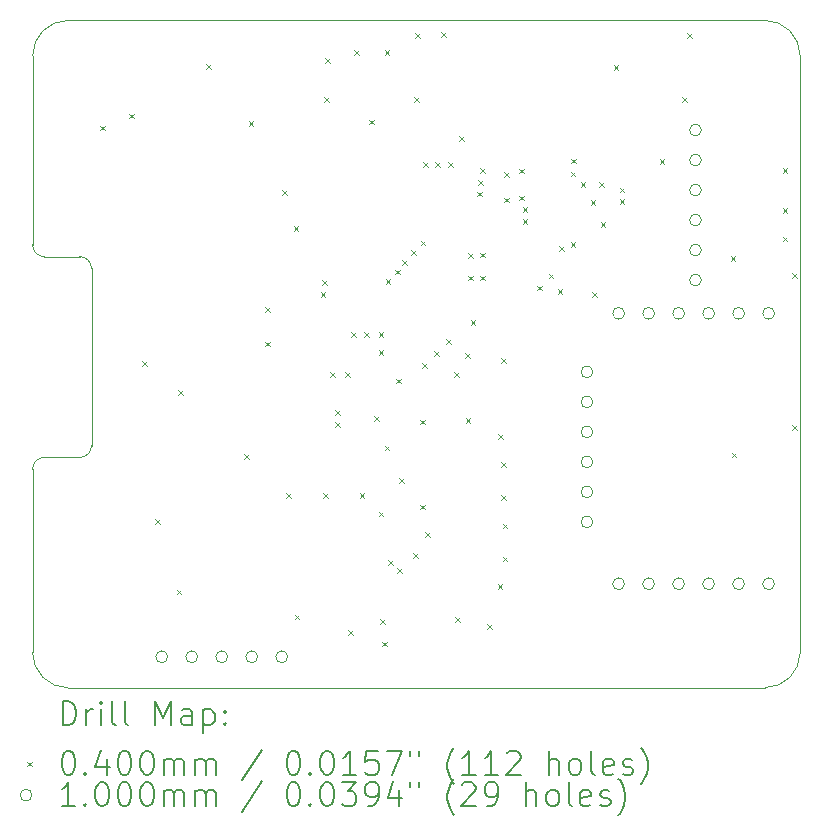
<source format=gbr>
%TF.GenerationSoftware,KiCad,Pcbnew,8.0.4*%
%TF.CreationDate,2024-08-03T17:02:24+02:00*%
%TF.ProjectId,koyomi-lvds-hat,6b6f796f-6d69-42d6-9c76-64732d686174,rev?*%
%TF.SameCoordinates,Original*%
%TF.FileFunction,Drillmap*%
%TF.FilePolarity,Positive*%
%FSLAX45Y45*%
G04 Gerber Fmt 4.5, Leading zero omitted, Abs format (unit mm)*
G04 Created by KiCad (PCBNEW 8.0.4) date 2024-08-03 17:02:24*
%MOMM*%
%LPD*%
G01*
G04 APERTURE LIST*
%ADD10C,0.100000*%
%ADD11C,0.200000*%
G04 APERTURE END LIST*
D10*
X9100000Y-6000000D02*
X9100000Y-7550000D01*
X9100000Y-2500000D02*
X9100000Y-4100000D01*
X9100000Y-2500000D02*
G75*
G02*
X9400000Y-2200000I300000J0D01*
G01*
X9100000Y-6000000D02*
G75*
G02*
X9200000Y-5900000I100000J0D01*
G01*
X9400000Y-2200000D02*
X15300000Y-2200000D01*
X15600000Y-7550000D02*
G75*
G02*
X15300000Y-7850000I-300000J0D01*
G01*
X9400000Y-7850000D02*
G75*
G02*
X9100000Y-7550000I0J300000D01*
G01*
X9400000Y-7850000D02*
X15300000Y-7850000D01*
X15300000Y-2200000D02*
G75*
G02*
X15600000Y-2500000I0J-300000D01*
G01*
X9600000Y-4300000D02*
X9600000Y-5800000D01*
X9600000Y-5800000D02*
G75*
G02*
X9500000Y-5900000I-100000J0D01*
G01*
X9200000Y-4200000D02*
X9500000Y-4200000D01*
X9200000Y-5900000D02*
X9500000Y-5900000D01*
X9500000Y-4200000D02*
G75*
G02*
X9600000Y-4300000I0J-100000D01*
G01*
X9200000Y-4200000D02*
G75*
G02*
X9100000Y-4100000I0J100000D01*
G01*
X15600000Y-2500000D02*
X15600000Y-7550000D01*
D11*
D10*
X9670000Y-3090000D02*
X9710000Y-3130000D01*
X9710000Y-3090000D02*
X9670000Y-3130000D01*
X9915000Y-2990000D02*
X9955000Y-3030000D01*
X9955000Y-2990000D02*
X9915000Y-3030000D01*
X10030000Y-5085000D02*
X10070000Y-5125000D01*
X10070000Y-5085000D02*
X10030000Y-5125000D01*
X10140000Y-6420000D02*
X10180000Y-6460000D01*
X10180000Y-6420000D02*
X10140000Y-6460000D01*
X10320000Y-7020000D02*
X10360000Y-7060000D01*
X10360000Y-7020000D02*
X10320000Y-7060000D01*
X10330000Y-5330000D02*
X10370000Y-5370000D01*
X10370000Y-5330000D02*
X10330000Y-5370000D01*
X10570000Y-2570000D02*
X10610000Y-2610000D01*
X10610000Y-2570000D02*
X10570000Y-2610000D01*
X10890000Y-5870000D02*
X10930000Y-5910000D01*
X10930000Y-5870000D02*
X10890000Y-5910000D01*
X10930000Y-3050000D02*
X10970000Y-3090000D01*
X10970000Y-3050000D02*
X10930000Y-3090000D01*
X11069000Y-4920000D02*
X11109000Y-4960000D01*
X11109000Y-4920000D02*
X11069000Y-4960000D01*
X11070000Y-4630000D02*
X11110000Y-4670000D01*
X11110000Y-4630000D02*
X11070000Y-4670000D01*
X11215000Y-3635000D02*
X11255000Y-3675000D01*
X11255000Y-3635000D02*
X11215000Y-3675000D01*
X11250000Y-6200000D02*
X11290000Y-6240000D01*
X11290000Y-6200000D02*
X11250000Y-6240000D01*
X11310000Y-3940000D02*
X11350000Y-3980000D01*
X11350000Y-3940000D02*
X11310000Y-3980000D01*
X11320000Y-7230000D02*
X11360000Y-7270000D01*
X11360000Y-7230000D02*
X11320000Y-7270000D01*
X11540000Y-4500000D02*
X11580000Y-4540000D01*
X11580000Y-4500000D02*
X11540000Y-4540000D01*
X11550000Y-4400000D02*
X11590000Y-4440000D01*
X11590000Y-4400000D02*
X11550000Y-4440000D01*
X11560000Y-6200000D02*
X11600000Y-6240000D01*
X11600000Y-6200000D02*
X11560000Y-6240000D01*
X11570000Y-2850000D02*
X11610000Y-2890000D01*
X11610000Y-2850000D02*
X11570000Y-2890000D01*
X11580000Y-2520000D02*
X11620000Y-2560000D01*
X11620000Y-2520000D02*
X11580000Y-2560000D01*
X11620000Y-5180000D02*
X11660000Y-5220000D01*
X11660000Y-5180000D02*
X11620000Y-5220000D01*
X11660000Y-5500000D02*
X11700000Y-5540000D01*
X11700000Y-5500000D02*
X11660000Y-5540000D01*
X11660000Y-5600000D02*
X11700000Y-5640000D01*
X11700000Y-5600000D02*
X11660000Y-5640000D01*
X11749000Y-5180000D02*
X11789000Y-5220000D01*
X11789000Y-5180000D02*
X11749000Y-5220000D01*
X11770000Y-7360000D02*
X11810000Y-7400000D01*
X11810000Y-7360000D02*
X11770000Y-7400000D01*
X11800000Y-4840000D02*
X11840000Y-4880000D01*
X11840000Y-4840000D02*
X11800000Y-4880000D01*
X11820000Y-2450000D02*
X11860000Y-2490000D01*
X11860000Y-2450000D02*
X11820000Y-2490000D01*
X11870000Y-6200000D02*
X11910000Y-6240000D01*
X11910000Y-6200000D02*
X11870000Y-6240000D01*
X11910000Y-4840000D02*
X11950000Y-4880000D01*
X11950000Y-4840000D02*
X11910000Y-4880000D01*
X11950000Y-3040000D02*
X11990000Y-3080000D01*
X11990000Y-3040000D02*
X11950000Y-3080000D01*
X11991000Y-5550000D02*
X12031000Y-5590000D01*
X12031000Y-5550000D02*
X11991000Y-5590000D01*
X12030000Y-4840000D02*
X12070000Y-4880000D01*
X12070000Y-4840000D02*
X12030000Y-4880000D01*
X12030000Y-4990000D02*
X12070000Y-5030000D01*
X12070000Y-4990000D02*
X12030000Y-5030000D01*
X12030000Y-6360000D02*
X12070000Y-6400000D01*
X12070000Y-6360000D02*
X12030000Y-6400000D01*
X12040000Y-7272000D02*
X12080000Y-7312000D01*
X12080000Y-7272000D02*
X12040000Y-7312000D01*
X12061000Y-7460000D02*
X12101000Y-7500000D01*
X12101000Y-7460000D02*
X12061000Y-7500000D01*
X12080000Y-2450000D02*
X12120000Y-2490000D01*
X12120000Y-2450000D02*
X12080000Y-2490000D01*
X12080000Y-5800000D02*
X12120000Y-5840000D01*
X12120000Y-5800000D02*
X12080000Y-5840000D01*
X12090000Y-4390000D02*
X12130000Y-4430000D01*
X12130000Y-4390000D02*
X12090000Y-4430000D01*
X12110000Y-6770000D02*
X12150000Y-6810000D01*
X12150000Y-6770000D02*
X12110000Y-6810000D01*
X12170000Y-4310000D02*
X12210000Y-4350000D01*
X12210000Y-4310000D02*
X12170000Y-4350000D01*
X12181000Y-5232000D02*
X12221000Y-5272000D01*
X12221000Y-5232000D02*
X12181000Y-5272000D01*
X12185000Y-6840000D02*
X12225000Y-6880000D01*
X12225000Y-6840000D02*
X12185000Y-6880000D01*
X12202000Y-6076000D02*
X12242000Y-6116000D01*
X12242000Y-6076000D02*
X12202000Y-6116000D01*
X12230000Y-4230000D02*
X12270000Y-4270000D01*
X12270000Y-4230000D02*
X12230000Y-4270000D01*
X12305000Y-4145000D02*
X12345000Y-4185000D01*
X12345000Y-4145000D02*
X12305000Y-4185000D01*
X12325000Y-6710000D02*
X12365000Y-6750000D01*
X12365000Y-6710000D02*
X12325000Y-6750000D01*
X12330000Y-2850000D02*
X12370000Y-2890000D01*
X12370000Y-2850000D02*
X12330000Y-2890000D01*
X12340000Y-2310000D02*
X12380000Y-2350000D01*
X12380000Y-2310000D02*
X12340000Y-2350000D01*
X12380000Y-5580000D02*
X12420000Y-5620000D01*
X12420000Y-5580000D02*
X12380000Y-5620000D01*
X12384000Y-6300000D02*
X12424000Y-6340000D01*
X12424000Y-6300000D02*
X12384000Y-6340000D01*
X12386265Y-4063735D02*
X12426265Y-4103735D01*
X12426265Y-4063735D02*
X12386265Y-4103735D01*
X12400000Y-5100000D02*
X12440000Y-5140000D01*
X12440000Y-5100000D02*
X12400000Y-5140000D01*
X12405000Y-3400000D02*
X12445000Y-3440000D01*
X12445000Y-3400000D02*
X12405000Y-3440000D01*
X12421000Y-6533000D02*
X12461000Y-6573000D01*
X12461000Y-6533000D02*
X12421000Y-6573000D01*
X12500000Y-5000000D02*
X12540000Y-5040000D01*
X12540000Y-5000000D02*
X12500000Y-5040000D01*
X12510000Y-3400000D02*
X12550000Y-3440000D01*
X12550000Y-3400000D02*
X12510000Y-3440000D01*
X12560000Y-2300000D02*
X12600000Y-2340000D01*
X12600000Y-2300000D02*
X12560000Y-2340000D01*
X12600000Y-4900000D02*
X12640000Y-4940000D01*
X12640000Y-4900000D02*
X12600000Y-4940000D01*
X12620000Y-3400000D02*
X12660000Y-3440000D01*
X12660000Y-3400000D02*
X12620000Y-3440000D01*
X12670000Y-5180000D02*
X12710000Y-5220000D01*
X12710000Y-5180000D02*
X12670000Y-5220000D01*
X12680000Y-7251502D02*
X12720000Y-7291502D01*
X12720000Y-7251502D02*
X12680000Y-7291502D01*
X12710000Y-3180000D02*
X12750000Y-3220000D01*
X12750000Y-3180000D02*
X12710000Y-3220000D01*
X12765000Y-5015000D02*
X12805000Y-5055000D01*
X12805000Y-5015000D02*
X12765000Y-5055000D01*
X12768000Y-5570000D02*
X12808000Y-5610000D01*
X12808000Y-5570000D02*
X12768000Y-5610000D01*
X12790000Y-4170000D02*
X12830000Y-4210000D01*
X12830000Y-4170000D02*
X12790000Y-4210000D01*
X12790000Y-4360000D02*
X12830000Y-4400000D01*
X12830000Y-4360000D02*
X12790000Y-4400000D01*
X12810000Y-4740000D02*
X12850000Y-4780000D01*
X12850000Y-4740000D02*
X12810000Y-4780000D01*
X12865000Y-3650000D02*
X12905000Y-3690000D01*
X12905000Y-3650000D02*
X12865000Y-3690000D01*
X12870000Y-3550000D02*
X12910000Y-3590000D01*
X12910000Y-3550000D02*
X12870000Y-3590000D01*
X12890000Y-3450000D02*
X12930000Y-3490000D01*
X12930000Y-3450000D02*
X12890000Y-3490000D01*
X12890000Y-4165000D02*
X12930000Y-4205000D01*
X12930000Y-4165000D02*
X12890000Y-4205000D01*
X12890000Y-4360000D02*
X12930000Y-4400000D01*
X12930000Y-4360000D02*
X12890000Y-4400000D01*
X12950000Y-7310000D02*
X12990000Y-7350000D01*
X12990000Y-7310000D02*
X12950000Y-7350000D01*
X13038000Y-6973000D02*
X13078000Y-7013000D01*
X13078000Y-6973000D02*
X13038000Y-7013000D01*
X13040000Y-5705000D02*
X13080000Y-5745000D01*
X13080000Y-5705000D02*
X13040000Y-5745000D01*
X13070000Y-5060000D02*
X13110000Y-5100000D01*
X13110000Y-5060000D02*
X13070000Y-5100000D01*
X13070000Y-5940000D02*
X13110000Y-5980000D01*
X13110000Y-5940000D02*
X13070000Y-5980000D01*
X13070000Y-6220000D02*
X13110000Y-6260000D01*
X13110000Y-6220000D02*
X13070000Y-6260000D01*
X13080000Y-6460000D02*
X13120000Y-6500000D01*
X13120000Y-6460000D02*
X13080000Y-6500000D01*
X13080000Y-6740000D02*
X13120000Y-6780000D01*
X13120000Y-6740000D02*
X13080000Y-6780000D01*
X13090000Y-3485000D02*
X13130000Y-3525000D01*
X13130000Y-3485000D02*
X13090000Y-3525000D01*
X13090000Y-3700000D02*
X13130000Y-3740000D01*
X13130000Y-3700000D02*
X13090000Y-3740000D01*
X13220000Y-3455000D02*
X13260000Y-3495000D01*
X13260000Y-3455000D02*
X13220000Y-3495000D01*
X13222500Y-3682500D02*
X13262500Y-3722500D01*
X13262500Y-3682500D02*
X13222500Y-3722500D01*
X13250000Y-3780000D02*
X13290000Y-3820000D01*
X13290000Y-3780000D02*
X13250000Y-3820000D01*
X13250000Y-3880000D02*
X13290000Y-3920000D01*
X13290000Y-3880000D02*
X13250000Y-3920000D01*
X13370000Y-4445000D02*
X13410000Y-4485000D01*
X13410000Y-4445000D02*
X13370000Y-4485000D01*
X13470000Y-4345000D02*
X13510000Y-4385000D01*
X13510000Y-4345000D02*
X13470000Y-4385000D01*
X13546658Y-4476658D02*
X13586658Y-4516658D01*
X13586658Y-4476658D02*
X13546658Y-4516658D01*
X13560000Y-4110000D02*
X13600000Y-4150000D01*
X13600000Y-4110000D02*
X13560000Y-4150000D01*
X13655000Y-3480000D02*
X13695000Y-3520000D01*
X13695000Y-3480000D02*
X13655000Y-3520000D01*
X13655000Y-4075000D02*
X13695000Y-4115000D01*
X13695000Y-4075000D02*
X13655000Y-4115000D01*
X13660000Y-3370000D02*
X13700000Y-3410000D01*
X13700000Y-3370000D02*
X13660000Y-3410000D01*
X13740000Y-3570000D02*
X13780000Y-3610000D01*
X13780000Y-3570000D02*
X13740000Y-3610000D01*
X13825000Y-3720000D02*
X13865000Y-3760000D01*
X13865000Y-3720000D02*
X13825000Y-3760000D01*
X13835000Y-4500000D02*
X13875000Y-4540000D01*
X13875000Y-4500000D02*
X13835000Y-4540000D01*
X13895000Y-3570000D02*
X13935000Y-3610000D01*
X13935000Y-3570000D02*
X13895000Y-3610000D01*
X13910000Y-3905000D02*
X13950000Y-3945000D01*
X13950000Y-3905000D02*
X13910000Y-3945000D01*
X14020000Y-2580000D02*
X14060000Y-2620000D01*
X14060000Y-2580000D02*
X14020000Y-2620000D01*
X14070000Y-3615000D02*
X14110000Y-3655000D01*
X14110000Y-3615000D02*
X14070000Y-3655000D01*
X14070000Y-3715000D02*
X14110000Y-3755000D01*
X14110000Y-3715000D02*
X14070000Y-3755000D01*
X14410000Y-3375000D02*
X14450000Y-3415000D01*
X14450000Y-3375000D02*
X14410000Y-3415000D01*
X14600000Y-2850000D02*
X14640000Y-2890000D01*
X14640000Y-2850000D02*
X14600000Y-2890000D01*
X14640000Y-2310000D02*
X14680000Y-2350000D01*
X14680000Y-2310000D02*
X14640000Y-2350000D01*
X15010000Y-4197000D02*
X15050000Y-4237000D01*
X15050000Y-4197000D02*
X15010000Y-4237000D01*
X15020000Y-5860000D02*
X15060000Y-5900000D01*
X15060000Y-5860000D02*
X15020000Y-5900000D01*
X15450000Y-3450000D02*
X15490000Y-3490000D01*
X15490000Y-3450000D02*
X15450000Y-3490000D01*
X15450000Y-3790000D02*
X15490000Y-3830000D01*
X15490000Y-3790000D02*
X15450000Y-3830000D01*
X15450000Y-4030000D02*
X15490000Y-4070000D01*
X15490000Y-4030000D02*
X15450000Y-4070000D01*
X15530000Y-4340000D02*
X15570000Y-4380000D01*
X15570000Y-4340000D02*
X15530000Y-4380000D01*
X15531000Y-5629000D02*
X15571000Y-5669000D01*
X15571000Y-5629000D02*
X15531000Y-5669000D01*
X10244000Y-7588000D02*
G75*
G02*
X10144000Y-7588000I-50000J0D01*
G01*
X10144000Y-7588000D02*
G75*
G02*
X10244000Y-7588000I50000J0D01*
G01*
X10498000Y-7588000D02*
G75*
G02*
X10398000Y-7588000I-50000J0D01*
G01*
X10398000Y-7588000D02*
G75*
G02*
X10498000Y-7588000I50000J0D01*
G01*
X10752000Y-7588000D02*
G75*
G02*
X10652000Y-7588000I-50000J0D01*
G01*
X10652000Y-7588000D02*
G75*
G02*
X10752000Y-7588000I50000J0D01*
G01*
X11006000Y-7588000D02*
G75*
G02*
X10906000Y-7588000I-50000J0D01*
G01*
X10906000Y-7588000D02*
G75*
G02*
X11006000Y-7588000I50000J0D01*
G01*
X11260000Y-7588000D02*
G75*
G02*
X11160000Y-7588000I-50000J0D01*
G01*
X11160000Y-7588000D02*
G75*
G02*
X11260000Y-7588000I50000J0D01*
G01*
X13844000Y-5176000D02*
G75*
G02*
X13744000Y-5176000I-50000J0D01*
G01*
X13744000Y-5176000D02*
G75*
G02*
X13844000Y-5176000I50000J0D01*
G01*
X13844000Y-5430000D02*
G75*
G02*
X13744000Y-5430000I-50000J0D01*
G01*
X13744000Y-5430000D02*
G75*
G02*
X13844000Y-5430000I50000J0D01*
G01*
X13844000Y-5684000D02*
G75*
G02*
X13744000Y-5684000I-50000J0D01*
G01*
X13744000Y-5684000D02*
G75*
G02*
X13844000Y-5684000I50000J0D01*
G01*
X13844000Y-5938000D02*
G75*
G02*
X13744000Y-5938000I-50000J0D01*
G01*
X13744000Y-5938000D02*
G75*
G02*
X13844000Y-5938000I50000J0D01*
G01*
X13844000Y-6192000D02*
G75*
G02*
X13744000Y-6192000I-50000J0D01*
G01*
X13744000Y-6192000D02*
G75*
G02*
X13844000Y-6192000I50000J0D01*
G01*
X13844000Y-6446000D02*
G75*
G02*
X13744000Y-6446000I-50000J0D01*
G01*
X13744000Y-6446000D02*
G75*
G02*
X13844000Y-6446000I50000J0D01*
G01*
X14112000Y-4680000D02*
G75*
G02*
X14012000Y-4680000I-50000J0D01*
G01*
X14012000Y-4680000D02*
G75*
G02*
X14112000Y-4680000I50000J0D01*
G01*
X14112000Y-6970000D02*
G75*
G02*
X14012000Y-6970000I-50000J0D01*
G01*
X14012000Y-6970000D02*
G75*
G02*
X14112000Y-6970000I50000J0D01*
G01*
X14366000Y-4680000D02*
G75*
G02*
X14266000Y-4680000I-50000J0D01*
G01*
X14266000Y-4680000D02*
G75*
G02*
X14366000Y-4680000I50000J0D01*
G01*
X14366000Y-6970000D02*
G75*
G02*
X14266000Y-6970000I-50000J0D01*
G01*
X14266000Y-6970000D02*
G75*
G02*
X14366000Y-6970000I50000J0D01*
G01*
X14620000Y-4680000D02*
G75*
G02*
X14520000Y-4680000I-50000J0D01*
G01*
X14520000Y-4680000D02*
G75*
G02*
X14620000Y-4680000I50000J0D01*
G01*
X14620000Y-6970000D02*
G75*
G02*
X14520000Y-6970000I-50000J0D01*
G01*
X14520000Y-6970000D02*
G75*
G02*
X14620000Y-6970000I50000J0D01*
G01*
X14762500Y-3128500D02*
G75*
G02*
X14662500Y-3128500I-50000J0D01*
G01*
X14662500Y-3128500D02*
G75*
G02*
X14762500Y-3128500I50000J0D01*
G01*
X14762500Y-3382500D02*
G75*
G02*
X14662500Y-3382500I-50000J0D01*
G01*
X14662500Y-3382500D02*
G75*
G02*
X14762500Y-3382500I50000J0D01*
G01*
X14762500Y-3636500D02*
G75*
G02*
X14662500Y-3636500I-50000J0D01*
G01*
X14662500Y-3636500D02*
G75*
G02*
X14762500Y-3636500I50000J0D01*
G01*
X14762500Y-3890500D02*
G75*
G02*
X14662500Y-3890500I-50000J0D01*
G01*
X14662500Y-3890500D02*
G75*
G02*
X14762500Y-3890500I50000J0D01*
G01*
X14762500Y-4144500D02*
G75*
G02*
X14662500Y-4144500I-50000J0D01*
G01*
X14662500Y-4144500D02*
G75*
G02*
X14762500Y-4144500I50000J0D01*
G01*
X14762500Y-4398500D02*
G75*
G02*
X14662500Y-4398500I-50000J0D01*
G01*
X14662500Y-4398500D02*
G75*
G02*
X14762500Y-4398500I50000J0D01*
G01*
X14874000Y-4680000D02*
G75*
G02*
X14774000Y-4680000I-50000J0D01*
G01*
X14774000Y-4680000D02*
G75*
G02*
X14874000Y-4680000I50000J0D01*
G01*
X14874000Y-6970000D02*
G75*
G02*
X14774000Y-6970000I-50000J0D01*
G01*
X14774000Y-6970000D02*
G75*
G02*
X14874000Y-6970000I50000J0D01*
G01*
X15128000Y-4680000D02*
G75*
G02*
X15028000Y-4680000I-50000J0D01*
G01*
X15028000Y-4680000D02*
G75*
G02*
X15128000Y-4680000I50000J0D01*
G01*
X15128000Y-6970000D02*
G75*
G02*
X15028000Y-6970000I-50000J0D01*
G01*
X15028000Y-6970000D02*
G75*
G02*
X15128000Y-6970000I50000J0D01*
G01*
X15382000Y-4680000D02*
G75*
G02*
X15282000Y-4680000I-50000J0D01*
G01*
X15282000Y-4680000D02*
G75*
G02*
X15382000Y-4680000I50000J0D01*
G01*
X15382000Y-6970000D02*
G75*
G02*
X15282000Y-6970000I-50000J0D01*
G01*
X15282000Y-6970000D02*
G75*
G02*
X15382000Y-6970000I50000J0D01*
G01*
D11*
X9355777Y-8166484D02*
X9355777Y-7966484D01*
X9355777Y-7966484D02*
X9403396Y-7966484D01*
X9403396Y-7966484D02*
X9431967Y-7976008D01*
X9431967Y-7976008D02*
X9451015Y-7995055D01*
X9451015Y-7995055D02*
X9460539Y-8014103D01*
X9460539Y-8014103D02*
X9470063Y-8052198D01*
X9470063Y-8052198D02*
X9470063Y-8080769D01*
X9470063Y-8080769D02*
X9460539Y-8118865D01*
X9460539Y-8118865D02*
X9451015Y-8137912D01*
X9451015Y-8137912D02*
X9431967Y-8156960D01*
X9431967Y-8156960D02*
X9403396Y-8166484D01*
X9403396Y-8166484D02*
X9355777Y-8166484D01*
X9555777Y-8166484D02*
X9555777Y-8033150D01*
X9555777Y-8071246D02*
X9565301Y-8052198D01*
X9565301Y-8052198D02*
X9574824Y-8042674D01*
X9574824Y-8042674D02*
X9593872Y-8033150D01*
X9593872Y-8033150D02*
X9612920Y-8033150D01*
X9679586Y-8166484D02*
X9679586Y-8033150D01*
X9679586Y-7966484D02*
X9670063Y-7976008D01*
X9670063Y-7976008D02*
X9679586Y-7985531D01*
X9679586Y-7985531D02*
X9689110Y-7976008D01*
X9689110Y-7976008D02*
X9679586Y-7966484D01*
X9679586Y-7966484D02*
X9679586Y-7985531D01*
X9803396Y-8166484D02*
X9784348Y-8156960D01*
X9784348Y-8156960D02*
X9774824Y-8137912D01*
X9774824Y-8137912D02*
X9774824Y-7966484D01*
X9908158Y-8166484D02*
X9889110Y-8156960D01*
X9889110Y-8156960D02*
X9879586Y-8137912D01*
X9879586Y-8137912D02*
X9879586Y-7966484D01*
X10136729Y-8166484D02*
X10136729Y-7966484D01*
X10136729Y-7966484D02*
X10203396Y-8109341D01*
X10203396Y-8109341D02*
X10270063Y-7966484D01*
X10270063Y-7966484D02*
X10270063Y-8166484D01*
X10451015Y-8166484D02*
X10451015Y-8061722D01*
X10451015Y-8061722D02*
X10441491Y-8042674D01*
X10441491Y-8042674D02*
X10422444Y-8033150D01*
X10422444Y-8033150D02*
X10384348Y-8033150D01*
X10384348Y-8033150D02*
X10365301Y-8042674D01*
X10451015Y-8156960D02*
X10431967Y-8166484D01*
X10431967Y-8166484D02*
X10384348Y-8166484D01*
X10384348Y-8166484D02*
X10365301Y-8156960D01*
X10365301Y-8156960D02*
X10355777Y-8137912D01*
X10355777Y-8137912D02*
X10355777Y-8118865D01*
X10355777Y-8118865D02*
X10365301Y-8099817D01*
X10365301Y-8099817D02*
X10384348Y-8090293D01*
X10384348Y-8090293D02*
X10431967Y-8090293D01*
X10431967Y-8090293D02*
X10451015Y-8080769D01*
X10546253Y-8033150D02*
X10546253Y-8233150D01*
X10546253Y-8042674D02*
X10565301Y-8033150D01*
X10565301Y-8033150D02*
X10603396Y-8033150D01*
X10603396Y-8033150D02*
X10622444Y-8042674D01*
X10622444Y-8042674D02*
X10631967Y-8052198D01*
X10631967Y-8052198D02*
X10641491Y-8071246D01*
X10641491Y-8071246D02*
X10641491Y-8128388D01*
X10641491Y-8128388D02*
X10631967Y-8147436D01*
X10631967Y-8147436D02*
X10622444Y-8156960D01*
X10622444Y-8156960D02*
X10603396Y-8166484D01*
X10603396Y-8166484D02*
X10565301Y-8166484D01*
X10565301Y-8166484D02*
X10546253Y-8156960D01*
X10727205Y-8147436D02*
X10736729Y-8156960D01*
X10736729Y-8156960D02*
X10727205Y-8166484D01*
X10727205Y-8166484D02*
X10717682Y-8156960D01*
X10717682Y-8156960D02*
X10727205Y-8147436D01*
X10727205Y-8147436D02*
X10727205Y-8166484D01*
X10727205Y-8042674D02*
X10736729Y-8052198D01*
X10736729Y-8052198D02*
X10727205Y-8061722D01*
X10727205Y-8061722D02*
X10717682Y-8052198D01*
X10717682Y-8052198D02*
X10727205Y-8042674D01*
X10727205Y-8042674D02*
X10727205Y-8061722D01*
D10*
X9055000Y-8475000D02*
X9095000Y-8515000D01*
X9095000Y-8475000D02*
X9055000Y-8515000D01*
D11*
X9393872Y-8386484D02*
X9412920Y-8386484D01*
X9412920Y-8386484D02*
X9431967Y-8396008D01*
X9431967Y-8396008D02*
X9441491Y-8405531D01*
X9441491Y-8405531D02*
X9451015Y-8424579D01*
X9451015Y-8424579D02*
X9460539Y-8462674D01*
X9460539Y-8462674D02*
X9460539Y-8510293D01*
X9460539Y-8510293D02*
X9451015Y-8548389D01*
X9451015Y-8548389D02*
X9441491Y-8567436D01*
X9441491Y-8567436D02*
X9431967Y-8576960D01*
X9431967Y-8576960D02*
X9412920Y-8586484D01*
X9412920Y-8586484D02*
X9393872Y-8586484D01*
X9393872Y-8586484D02*
X9374824Y-8576960D01*
X9374824Y-8576960D02*
X9365301Y-8567436D01*
X9365301Y-8567436D02*
X9355777Y-8548389D01*
X9355777Y-8548389D02*
X9346253Y-8510293D01*
X9346253Y-8510293D02*
X9346253Y-8462674D01*
X9346253Y-8462674D02*
X9355777Y-8424579D01*
X9355777Y-8424579D02*
X9365301Y-8405531D01*
X9365301Y-8405531D02*
X9374824Y-8396008D01*
X9374824Y-8396008D02*
X9393872Y-8386484D01*
X9546253Y-8567436D02*
X9555777Y-8576960D01*
X9555777Y-8576960D02*
X9546253Y-8586484D01*
X9546253Y-8586484D02*
X9536729Y-8576960D01*
X9536729Y-8576960D02*
X9546253Y-8567436D01*
X9546253Y-8567436D02*
X9546253Y-8586484D01*
X9727205Y-8453150D02*
X9727205Y-8586484D01*
X9679586Y-8376960D02*
X9631967Y-8519817D01*
X9631967Y-8519817D02*
X9755777Y-8519817D01*
X9870063Y-8386484D02*
X9889110Y-8386484D01*
X9889110Y-8386484D02*
X9908158Y-8396008D01*
X9908158Y-8396008D02*
X9917682Y-8405531D01*
X9917682Y-8405531D02*
X9927205Y-8424579D01*
X9927205Y-8424579D02*
X9936729Y-8462674D01*
X9936729Y-8462674D02*
X9936729Y-8510293D01*
X9936729Y-8510293D02*
X9927205Y-8548389D01*
X9927205Y-8548389D02*
X9917682Y-8567436D01*
X9917682Y-8567436D02*
X9908158Y-8576960D01*
X9908158Y-8576960D02*
X9889110Y-8586484D01*
X9889110Y-8586484D02*
X9870063Y-8586484D01*
X9870063Y-8586484D02*
X9851015Y-8576960D01*
X9851015Y-8576960D02*
X9841491Y-8567436D01*
X9841491Y-8567436D02*
X9831967Y-8548389D01*
X9831967Y-8548389D02*
X9822444Y-8510293D01*
X9822444Y-8510293D02*
X9822444Y-8462674D01*
X9822444Y-8462674D02*
X9831967Y-8424579D01*
X9831967Y-8424579D02*
X9841491Y-8405531D01*
X9841491Y-8405531D02*
X9851015Y-8396008D01*
X9851015Y-8396008D02*
X9870063Y-8386484D01*
X10060539Y-8386484D02*
X10079586Y-8386484D01*
X10079586Y-8386484D02*
X10098634Y-8396008D01*
X10098634Y-8396008D02*
X10108158Y-8405531D01*
X10108158Y-8405531D02*
X10117682Y-8424579D01*
X10117682Y-8424579D02*
X10127205Y-8462674D01*
X10127205Y-8462674D02*
X10127205Y-8510293D01*
X10127205Y-8510293D02*
X10117682Y-8548389D01*
X10117682Y-8548389D02*
X10108158Y-8567436D01*
X10108158Y-8567436D02*
X10098634Y-8576960D01*
X10098634Y-8576960D02*
X10079586Y-8586484D01*
X10079586Y-8586484D02*
X10060539Y-8586484D01*
X10060539Y-8586484D02*
X10041491Y-8576960D01*
X10041491Y-8576960D02*
X10031967Y-8567436D01*
X10031967Y-8567436D02*
X10022444Y-8548389D01*
X10022444Y-8548389D02*
X10012920Y-8510293D01*
X10012920Y-8510293D02*
X10012920Y-8462674D01*
X10012920Y-8462674D02*
X10022444Y-8424579D01*
X10022444Y-8424579D02*
X10031967Y-8405531D01*
X10031967Y-8405531D02*
X10041491Y-8396008D01*
X10041491Y-8396008D02*
X10060539Y-8386484D01*
X10212920Y-8586484D02*
X10212920Y-8453150D01*
X10212920Y-8472198D02*
X10222444Y-8462674D01*
X10222444Y-8462674D02*
X10241491Y-8453150D01*
X10241491Y-8453150D02*
X10270063Y-8453150D01*
X10270063Y-8453150D02*
X10289110Y-8462674D01*
X10289110Y-8462674D02*
X10298634Y-8481722D01*
X10298634Y-8481722D02*
X10298634Y-8586484D01*
X10298634Y-8481722D02*
X10308158Y-8462674D01*
X10308158Y-8462674D02*
X10327205Y-8453150D01*
X10327205Y-8453150D02*
X10355777Y-8453150D01*
X10355777Y-8453150D02*
X10374825Y-8462674D01*
X10374825Y-8462674D02*
X10384348Y-8481722D01*
X10384348Y-8481722D02*
X10384348Y-8586484D01*
X10479586Y-8586484D02*
X10479586Y-8453150D01*
X10479586Y-8472198D02*
X10489110Y-8462674D01*
X10489110Y-8462674D02*
X10508158Y-8453150D01*
X10508158Y-8453150D02*
X10536729Y-8453150D01*
X10536729Y-8453150D02*
X10555777Y-8462674D01*
X10555777Y-8462674D02*
X10565301Y-8481722D01*
X10565301Y-8481722D02*
X10565301Y-8586484D01*
X10565301Y-8481722D02*
X10574825Y-8462674D01*
X10574825Y-8462674D02*
X10593872Y-8453150D01*
X10593872Y-8453150D02*
X10622444Y-8453150D01*
X10622444Y-8453150D02*
X10641491Y-8462674D01*
X10641491Y-8462674D02*
X10651015Y-8481722D01*
X10651015Y-8481722D02*
X10651015Y-8586484D01*
X11041491Y-8376960D02*
X10870063Y-8634103D01*
X11298634Y-8386484D02*
X11317682Y-8386484D01*
X11317682Y-8386484D02*
X11336729Y-8396008D01*
X11336729Y-8396008D02*
X11346253Y-8405531D01*
X11346253Y-8405531D02*
X11355777Y-8424579D01*
X11355777Y-8424579D02*
X11365301Y-8462674D01*
X11365301Y-8462674D02*
X11365301Y-8510293D01*
X11365301Y-8510293D02*
X11355777Y-8548389D01*
X11355777Y-8548389D02*
X11346253Y-8567436D01*
X11346253Y-8567436D02*
X11336729Y-8576960D01*
X11336729Y-8576960D02*
X11317682Y-8586484D01*
X11317682Y-8586484D02*
X11298634Y-8586484D01*
X11298634Y-8586484D02*
X11279586Y-8576960D01*
X11279586Y-8576960D02*
X11270063Y-8567436D01*
X11270063Y-8567436D02*
X11260539Y-8548389D01*
X11260539Y-8548389D02*
X11251015Y-8510293D01*
X11251015Y-8510293D02*
X11251015Y-8462674D01*
X11251015Y-8462674D02*
X11260539Y-8424579D01*
X11260539Y-8424579D02*
X11270063Y-8405531D01*
X11270063Y-8405531D02*
X11279586Y-8396008D01*
X11279586Y-8396008D02*
X11298634Y-8386484D01*
X11451015Y-8567436D02*
X11460539Y-8576960D01*
X11460539Y-8576960D02*
X11451015Y-8586484D01*
X11451015Y-8586484D02*
X11441491Y-8576960D01*
X11441491Y-8576960D02*
X11451015Y-8567436D01*
X11451015Y-8567436D02*
X11451015Y-8586484D01*
X11584348Y-8386484D02*
X11603396Y-8386484D01*
X11603396Y-8386484D02*
X11622444Y-8396008D01*
X11622444Y-8396008D02*
X11631967Y-8405531D01*
X11631967Y-8405531D02*
X11641491Y-8424579D01*
X11641491Y-8424579D02*
X11651015Y-8462674D01*
X11651015Y-8462674D02*
X11651015Y-8510293D01*
X11651015Y-8510293D02*
X11641491Y-8548389D01*
X11641491Y-8548389D02*
X11631967Y-8567436D01*
X11631967Y-8567436D02*
X11622444Y-8576960D01*
X11622444Y-8576960D02*
X11603396Y-8586484D01*
X11603396Y-8586484D02*
X11584348Y-8586484D01*
X11584348Y-8586484D02*
X11565301Y-8576960D01*
X11565301Y-8576960D02*
X11555777Y-8567436D01*
X11555777Y-8567436D02*
X11546253Y-8548389D01*
X11546253Y-8548389D02*
X11536729Y-8510293D01*
X11536729Y-8510293D02*
X11536729Y-8462674D01*
X11536729Y-8462674D02*
X11546253Y-8424579D01*
X11546253Y-8424579D02*
X11555777Y-8405531D01*
X11555777Y-8405531D02*
X11565301Y-8396008D01*
X11565301Y-8396008D02*
X11584348Y-8386484D01*
X11841491Y-8586484D02*
X11727206Y-8586484D01*
X11784348Y-8586484D02*
X11784348Y-8386484D01*
X11784348Y-8386484D02*
X11765301Y-8415055D01*
X11765301Y-8415055D02*
X11746253Y-8434103D01*
X11746253Y-8434103D02*
X11727206Y-8443627D01*
X12022444Y-8386484D02*
X11927206Y-8386484D01*
X11927206Y-8386484D02*
X11917682Y-8481722D01*
X11917682Y-8481722D02*
X11927206Y-8472198D01*
X11927206Y-8472198D02*
X11946253Y-8462674D01*
X11946253Y-8462674D02*
X11993872Y-8462674D01*
X11993872Y-8462674D02*
X12012920Y-8472198D01*
X12012920Y-8472198D02*
X12022444Y-8481722D01*
X12022444Y-8481722D02*
X12031967Y-8500770D01*
X12031967Y-8500770D02*
X12031967Y-8548389D01*
X12031967Y-8548389D02*
X12022444Y-8567436D01*
X12022444Y-8567436D02*
X12012920Y-8576960D01*
X12012920Y-8576960D02*
X11993872Y-8586484D01*
X11993872Y-8586484D02*
X11946253Y-8586484D01*
X11946253Y-8586484D02*
X11927206Y-8576960D01*
X11927206Y-8576960D02*
X11917682Y-8567436D01*
X12098634Y-8386484D02*
X12231967Y-8386484D01*
X12231967Y-8386484D02*
X12146253Y-8586484D01*
X12298634Y-8386484D02*
X12298634Y-8424579D01*
X12374825Y-8386484D02*
X12374825Y-8424579D01*
X12670063Y-8662674D02*
X12660539Y-8653150D01*
X12660539Y-8653150D02*
X12641491Y-8624579D01*
X12641491Y-8624579D02*
X12631968Y-8605531D01*
X12631968Y-8605531D02*
X12622444Y-8576960D01*
X12622444Y-8576960D02*
X12612920Y-8529341D01*
X12612920Y-8529341D02*
X12612920Y-8491246D01*
X12612920Y-8491246D02*
X12622444Y-8443627D01*
X12622444Y-8443627D02*
X12631968Y-8415055D01*
X12631968Y-8415055D02*
X12641491Y-8396008D01*
X12641491Y-8396008D02*
X12660539Y-8367436D01*
X12660539Y-8367436D02*
X12670063Y-8357912D01*
X12851015Y-8586484D02*
X12736729Y-8586484D01*
X12793872Y-8586484D02*
X12793872Y-8386484D01*
X12793872Y-8386484D02*
X12774825Y-8415055D01*
X12774825Y-8415055D02*
X12755777Y-8434103D01*
X12755777Y-8434103D02*
X12736729Y-8443627D01*
X13041491Y-8586484D02*
X12927206Y-8586484D01*
X12984348Y-8586484D02*
X12984348Y-8386484D01*
X12984348Y-8386484D02*
X12965301Y-8415055D01*
X12965301Y-8415055D02*
X12946253Y-8434103D01*
X12946253Y-8434103D02*
X12927206Y-8443627D01*
X13117682Y-8405531D02*
X13127206Y-8396008D01*
X13127206Y-8396008D02*
X13146253Y-8386484D01*
X13146253Y-8386484D02*
X13193872Y-8386484D01*
X13193872Y-8386484D02*
X13212920Y-8396008D01*
X13212920Y-8396008D02*
X13222444Y-8405531D01*
X13222444Y-8405531D02*
X13231968Y-8424579D01*
X13231968Y-8424579D02*
X13231968Y-8443627D01*
X13231968Y-8443627D02*
X13222444Y-8472198D01*
X13222444Y-8472198D02*
X13108158Y-8586484D01*
X13108158Y-8586484D02*
X13231968Y-8586484D01*
X13470063Y-8586484D02*
X13470063Y-8386484D01*
X13555777Y-8586484D02*
X13555777Y-8481722D01*
X13555777Y-8481722D02*
X13546253Y-8462674D01*
X13546253Y-8462674D02*
X13527206Y-8453150D01*
X13527206Y-8453150D02*
X13498634Y-8453150D01*
X13498634Y-8453150D02*
X13479587Y-8462674D01*
X13479587Y-8462674D02*
X13470063Y-8472198D01*
X13679587Y-8586484D02*
X13660539Y-8576960D01*
X13660539Y-8576960D02*
X13651015Y-8567436D01*
X13651015Y-8567436D02*
X13641491Y-8548389D01*
X13641491Y-8548389D02*
X13641491Y-8491246D01*
X13641491Y-8491246D02*
X13651015Y-8472198D01*
X13651015Y-8472198D02*
X13660539Y-8462674D01*
X13660539Y-8462674D02*
X13679587Y-8453150D01*
X13679587Y-8453150D02*
X13708158Y-8453150D01*
X13708158Y-8453150D02*
X13727206Y-8462674D01*
X13727206Y-8462674D02*
X13736730Y-8472198D01*
X13736730Y-8472198D02*
X13746253Y-8491246D01*
X13746253Y-8491246D02*
X13746253Y-8548389D01*
X13746253Y-8548389D02*
X13736730Y-8567436D01*
X13736730Y-8567436D02*
X13727206Y-8576960D01*
X13727206Y-8576960D02*
X13708158Y-8586484D01*
X13708158Y-8586484D02*
X13679587Y-8586484D01*
X13860539Y-8586484D02*
X13841491Y-8576960D01*
X13841491Y-8576960D02*
X13831968Y-8557912D01*
X13831968Y-8557912D02*
X13831968Y-8386484D01*
X14012920Y-8576960D02*
X13993872Y-8586484D01*
X13993872Y-8586484D02*
X13955777Y-8586484D01*
X13955777Y-8586484D02*
X13936730Y-8576960D01*
X13936730Y-8576960D02*
X13927206Y-8557912D01*
X13927206Y-8557912D02*
X13927206Y-8481722D01*
X13927206Y-8481722D02*
X13936730Y-8462674D01*
X13936730Y-8462674D02*
X13955777Y-8453150D01*
X13955777Y-8453150D02*
X13993872Y-8453150D01*
X13993872Y-8453150D02*
X14012920Y-8462674D01*
X14012920Y-8462674D02*
X14022444Y-8481722D01*
X14022444Y-8481722D02*
X14022444Y-8500770D01*
X14022444Y-8500770D02*
X13927206Y-8519817D01*
X14098634Y-8576960D02*
X14117682Y-8586484D01*
X14117682Y-8586484D02*
X14155777Y-8586484D01*
X14155777Y-8586484D02*
X14174825Y-8576960D01*
X14174825Y-8576960D02*
X14184349Y-8557912D01*
X14184349Y-8557912D02*
X14184349Y-8548389D01*
X14184349Y-8548389D02*
X14174825Y-8529341D01*
X14174825Y-8529341D02*
X14155777Y-8519817D01*
X14155777Y-8519817D02*
X14127206Y-8519817D01*
X14127206Y-8519817D02*
X14108158Y-8510293D01*
X14108158Y-8510293D02*
X14098634Y-8491246D01*
X14098634Y-8491246D02*
X14098634Y-8481722D01*
X14098634Y-8481722D02*
X14108158Y-8462674D01*
X14108158Y-8462674D02*
X14127206Y-8453150D01*
X14127206Y-8453150D02*
X14155777Y-8453150D01*
X14155777Y-8453150D02*
X14174825Y-8462674D01*
X14251015Y-8662674D02*
X14260539Y-8653150D01*
X14260539Y-8653150D02*
X14279587Y-8624579D01*
X14279587Y-8624579D02*
X14289111Y-8605531D01*
X14289111Y-8605531D02*
X14298634Y-8576960D01*
X14298634Y-8576960D02*
X14308158Y-8529341D01*
X14308158Y-8529341D02*
X14308158Y-8491246D01*
X14308158Y-8491246D02*
X14298634Y-8443627D01*
X14298634Y-8443627D02*
X14289111Y-8415055D01*
X14289111Y-8415055D02*
X14279587Y-8396008D01*
X14279587Y-8396008D02*
X14260539Y-8367436D01*
X14260539Y-8367436D02*
X14251015Y-8357912D01*
D10*
X9095000Y-8759000D02*
G75*
G02*
X8995000Y-8759000I-50000J0D01*
G01*
X8995000Y-8759000D02*
G75*
G02*
X9095000Y-8759000I50000J0D01*
G01*
D11*
X9460539Y-8850484D02*
X9346253Y-8850484D01*
X9403396Y-8850484D02*
X9403396Y-8650484D01*
X9403396Y-8650484D02*
X9384348Y-8679055D01*
X9384348Y-8679055D02*
X9365301Y-8698103D01*
X9365301Y-8698103D02*
X9346253Y-8707627D01*
X9546253Y-8831436D02*
X9555777Y-8840960D01*
X9555777Y-8840960D02*
X9546253Y-8850484D01*
X9546253Y-8850484D02*
X9536729Y-8840960D01*
X9536729Y-8840960D02*
X9546253Y-8831436D01*
X9546253Y-8831436D02*
X9546253Y-8850484D01*
X9679586Y-8650484D02*
X9698634Y-8650484D01*
X9698634Y-8650484D02*
X9717682Y-8660008D01*
X9717682Y-8660008D02*
X9727205Y-8669531D01*
X9727205Y-8669531D02*
X9736729Y-8688579D01*
X9736729Y-8688579D02*
X9746253Y-8726674D01*
X9746253Y-8726674D02*
X9746253Y-8774293D01*
X9746253Y-8774293D02*
X9736729Y-8812389D01*
X9736729Y-8812389D02*
X9727205Y-8831436D01*
X9727205Y-8831436D02*
X9717682Y-8840960D01*
X9717682Y-8840960D02*
X9698634Y-8850484D01*
X9698634Y-8850484D02*
X9679586Y-8850484D01*
X9679586Y-8850484D02*
X9660539Y-8840960D01*
X9660539Y-8840960D02*
X9651015Y-8831436D01*
X9651015Y-8831436D02*
X9641491Y-8812389D01*
X9641491Y-8812389D02*
X9631967Y-8774293D01*
X9631967Y-8774293D02*
X9631967Y-8726674D01*
X9631967Y-8726674D02*
X9641491Y-8688579D01*
X9641491Y-8688579D02*
X9651015Y-8669531D01*
X9651015Y-8669531D02*
X9660539Y-8660008D01*
X9660539Y-8660008D02*
X9679586Y-8650484D01*
X9870063Y-8650484D02*
X9889110Y-8650484D01*
X9889110Y-8650484D02*
X9908158Y-8660008D01*
X9908158Y-8660008D02*
X9917682Y-8669531D01*
X9917682Y-8669531D02*
X9927205Y-8688579D01*
X9927205Y-8688579D02*
X9936729Y-8726674D01*
X9936729Y-8726674D02*
X9936729Y-8774293D01*
X9936729Y-8774293D02*
X9927205Y-8812389D01*
X9927205Y-8812389D02*
X9917682Y-8831436D01*
X9917682Y-8831436D02*
X9908158Y-8840960D01*
X9908158Y-8840960D02*
X9889110Y-8850484D01*
X9889110Y-8850484D02*
X9870063Y-8850484D01*
X9870063Y-8850484D02*
X9851015Y-8840960D01*
X9851015Y-8840960D02*
X9841491Y-8831436D01*
X9841491Y-8831436D02*
X9831967Y-8812389D01*
X9831967Y-8812389D02*
X9822444Y-8774293D01*
X9822444Y-8774293D02*
X9822444Y-8726674D01*
X9822444Y-8726674D02*
X9831967Y-8688579D01*
X9831967Y-8688579D02*
X9841491Y-8669531D01*
X9841491Y-8669531D02*
X9851015Y-8660008D01*
X9851015Y-8660008D02*
X9870063Y-8650484D01*
X10060539Y-8650484D02*
X10079586Y-8650484D01*
X10079586Y-8650484D02*
X10098634Y-8660008D01*
X10098634Y-8660008D02*
X10108158Y-8669531D01*
X10108158Y-8669531D02*
X10117682Y-8688579D01*
X10117682Y-8688579D02*
X10127205Y-8726674D01*
X10127205Y-8726674D02*
X10127205Y-8774293D01*
X10127205Y-8774293D02*
X10117682Y-8812389D01*
X10117682Y-8812389D02*
X10108158Y-8831436D01*
X10108158Y-8831436D02*
X10098634Y-8840960D01*
X10098634Y-8840960D02*
X10079586Y-8850484D01*
X10079586Y-8850484D02*
X10060539Y-8850484D01*
X10060539Y-8850484D02*
X10041491Y-8840960D01*
X10041491Y-8840960D02*
X10031967Y-8831436D01*
X10031967Y-8831436D02*
X10022444Y-8812389D01*
X10022444Y-8812389D02*
X10012920Y-8774293D01*
X10012920Y-8774293D02*
X10012920Y-8726674D01*
X10012920Y-8726674D02*
X10022444Y-8688579D01*
X10022444Y-8688579D02*
X10031967Y-8669531D01*
X10031967Y-8669531D02*
X10041491Y-8660008D01*
X10041491Y-8660008D02*
X10060539Y-8650484D01*
X10212920Y-8850484D02*
X10212920Y-8717150D01*
X10212920Y-8736198D02*
X10222444Y-8726674D01*
X10222444Y-8726674D02*
X10241491Y-8717150D01*
X10241491Y-8717150D02*
X10270063Y-8717150D01*
X10270063Y-8717150D02*
X10289110Y-8726674D01*
X10289110Y-8726674D02*
X10298634Y-8745722D01*
X10298634Y-8745722D02*
X10298634Y-8850484D01*
X10298634Y-8745722D02*
X10308158Y-8726674D01*
X10308158Y-8726674D02*
X10327205Y-8717150D01*
X10327205Y-8717150D02*
X10355777Y-8717150D01*
X10355777Y-8717150D02*
X10374825Y-8726674D01*
X10374825Y-8726674D02*
X10384348Y-8745722D01*
X10384348Y-8745722D02*
X10384348Y-8850484D01*
X10479586Y-8850484D02*
X10479586Y-8717150D01*
X10479586Y-8736198D02*
X10489110Y-8726674D01*
X10489110Y-8726674D02*
X10508158Y-8717150D01*
X10508158Y-8717150D02*
X10536729Y-8717150D01*
X10536729Y-8717150D02*
X10555777Y-8726674D01*
X10555777Y-8726674D02*
X10565301Y-8745722D01*
X10565301Y-8745722D02*
X10565301Y-8850484D01*
X10565301Y-8745722D02*
X10574825Y-8726674D01*
X10574825Y-8726674D02*
X10593872Y-8717150D01*
X10593872Y-8717150D02*
X10622444Y-8717150D01*
X10622444Y-8717150D02*
X10641491Y-8726674D01*
X10641491Y-8726674D02*
X10651015Y-8745722D01*
X10651015Y-8745722D02*
X10651015Y-8850484D01*
X11041491Y-8640960D02*
X10870063Y-8898103D01*
X11298634Y-8650484D02*
X11317682Y-8650484D01*
X11317682Y-8650484D02*
X11336729Y-8660008D01*
X11336729Y-8660008D02*
X11346253Y-8669531D01*
X11346253Y-8669531D02*
X11355777Y-8688579D01*
X11355777Y-8688579D02*
X11365301Y-8726674D01*
X11365301Y-8726674D02*
X11365301Y-8774293D01*
X11365301Y-8774293D02*
X11355777Y-8812389D01*
X11355777Y-8812389D02*
X11346253Y-8831436D01*
X11346253Y-8831436D02*
X11336729Y-8840960D01*
X11336729Y-8840960D02*
X11317682Y-8850484D01*
X11317682Y-8850484D02*
X11298634Y-8850484D01*
X11298634Y-8850484D02*
X11279586Y-8840960D01*
X11279586Y-8840960D02*
X11270063Y-8831436D01*
X11270063Y-8831436D02*
X11260539Y-8812389D01*
X11260539Y-8812389D02*
X11251015Y-8774293D01*
X11251015Y-8774293D02*
X11251015Y-8726674D01*
X11251015Y-8726674D02*
X11260539Y-8688579D01*
X11260539Y-8688579D02*
X11270063Y-8669531D01*
X11270063Y-8669531D02*
X11279586Y-8660008D01*
X11279586Y-8660008D02*
X11298634Y-8650484D01*
X11451015Y-8831436D02*
X11460539Y-8840960D01*
X11460539Y-8840960D02*
X11451015Y-8850484D01*
X11451015Y-8850484D02*
X11441491Y-8840960D01*
X11441491Y-8840960D02*
X11451015Y-8831436D01*
X11451015Y-8831436D02*
X11451015Y-8850484D01*
X11584348Y-8650484D02*
X11603396Y-8650484D01*
X11603396Y-8650484D02*
X11622444Y-8660008D01*
X11622444Y-8660008D02*
X11631967Y-8669531D01*
X11631967Y-8669531D02*
X11641491Y-8688579D01*
X11641491Y-8688579D02*
X11651015Y-8726674D01*
X11651015Y-8726674D02*
X11651015Y-8774293D01*
X11651015Y-8774293D02*
X11641491Y-8812389D01*
X11641491Y-8812389D02*
X11631967Y-8831436D01*
X11631967Y-8831436D02*
X11622444Y-8840960D01*
X11622444Y-8840960D02*
X11603396Y-8850484D01*
X11603396Y-8850484D02*
X11584348Y-8850484D01*
X11584348Y-8850484D02*
X11565301Y-8840960D01*
X11565301Y-8840960D02*
X11555777Y-8831436D01*
X11555777Y-8831436D02*
X11546253Y-8812389D01*
X11546253Y-8812389D02*
X11536729Y-8774293D01*
X11536729Y-8774293D02*
X11536729Y-8726674D01*
X11536729Y-8726674D02*
X11546253Y-8688579D01*
X11546253Y-8688579D02*
X11555777Y-8669531D01*
X11555777Y-8669531D02*
X11565301Y-8660008D01*
X11565301Y-8660008D02*
X11584348Y-8650484D01*
X11717682Y-8650484D02*
X11841491Y-8650484D01*
X11841491Y-8650484D02*
X11774825Y-8726674D01*
X11774825Y-8726674D02*
X11803396Y-8726674D01*
X11803396Y-8726674D02*
X11822444Y-8736198D01*
X11822444Y-8736198D02*
X11831967Y-8745722D01*
X11831967Y-8745722D02*
X11841491Y-8764770D01*
X11841491Y-8764770D02*
X11841491Y-8812389D01*
X11841491Y-8812389D02*
X11831967Y-8831436D01*
X11831967Y-8831436D02*
X11822444Y-8840960D01*
X11822444Y-8840960D02*
X11803396Y-8850484D01*
X11803396Y-8850484D02*
X11746253Y-8850484D01*
X11746253Y-8850484D02*
X11727206Y-8840960D01*
X11727206Y-8840960D02*
X11717682Y-8831436D01*
X11936729Y-8850484D02*
X11974825Y-8850484D01*
X11974825Y-8850484D02*
X11993872Y-8840960D01*
X11993872Y-8840960D02*
X12003396Y-8831436D01*
X12003396Y-8831436D02*
X12022444Y-8802865D01*
X12022444Y-8802865D02*
X12031967Y-8764770D01*
X12031967Y-8764770D02*
X12031967Y-8688579D01*
X12031967Y-8688579D02*
X12022444Y-8669531D01*
X12022444Y-8669531D02*
X12012920Y-8660008D01*
X12012920Y-8660008D02*
X11993872Y-8650484D01*
X11993872Y-8650484D02*
X11955777Y-8650484D01*
X11955777Y-8650484D02*
X11936729Y-8660008D01*
X11936729Y-8660008D02*
X11927206Y-8669531D01*
X11927206Y-8669531D02*
X11917682Y-8688579D01*
X11917682Y-8688579D02*
X11917682Y-8736198D01*
X11917682Y-8736198D02*
X11927206Y-8755246D01*
X11927206Y-8755246D02*
X11936729Y-8764770D01*
X11936729Y-8764770D02*
X11955777Y-8774293D01*
X11955777Y-8774293D02*
X11993872Y-8774293D01*
X11993872Y-8774293D02*
X12012920Y-8764770D01*
X12012920Y-8764770D02*
X12022444Y-8755246D01*
X12022444Y-8755246D02*
X12031967Y-8736198D01*
X12203396Y-8717150D02*
X12203396Y-8850484D01*
X12155777Y-8640960D02*
X12108158Y-8783817D01*
X12108158Y-8783817D02*
X12231967Y-8783817D01*
X12298634Y-8650484D02*
X12298634Y-8688579D01*
X12374825Y-8650484D02*
X12374825Y-8688579D01*
X12670063Y-8926674D02*
X12660539Y-8917150D01*
X12660539Y-8917150D02*
X12641491Y-8888579D01*
X12641491Y-8888579D02*
X12631968Y-8869531D01*
X12631968Y-8869531D02*
X12622444Y-8840960D01*
X12622444Y-8840960D02*
X12612920Y-8793341D01*
X12612920Y-8793341D02*
X12612920Y-8755246D01*
X12612920Y-8755246D02*
X12622444Y-8707627D01*
X12622444Y-8707627D02*
X12631968Y-8679055D01*
X12631968Y-8679055D02*
X12641491Y-8660008D01*
X12641491Y-8660008D02*
X12660539Y-8631436D01*
X12660539Y-8631436D02*
X12670063Y-8621912D01*
X12736729Y-8669531D02*
X12746253Y-8660008D01*
X12746253Y-8660008D02*
X12765301Y-8650484D01*
X12765301Y-8650484D02*
X12812920Y-8650484D01*
X12812920Y-8650484D02*
X12831968Y-8660008D01*
X12831968Y-8660008D02*
X12841491Y-8669531D01*
X12841491Y-8669531D02*
X12851015Y-8688579D01*
X12851015Y-8688579D02*
X12851015Y-8707627D01*
X12851015Y-8707627D02*
X12841491Y-8736198D01*
X12841491Y-8736198D02*
X12727206Y-8850484D01*
X12727206Y-8850484D02*
X12851015Y-8850484D01*
X12946253Y-8850484D02*
X12984348Y-8850484D01*
X12984348Y-8850484D02*
X13003396Y-8840960D01*
X13003396Y-8840960D02*
X13012920Y-8831436D01*
X13012920Y-8831436D02*
X13031968Y-8802865D01*
X13031968Y-8802865D02*
X13041491Y-8764770D01*
X13041491Y-8764770D02*
X13041491Y-8688579D01*
X13041491Y-8688579D02*
X13031968Y-8669531D01*
X13031968Y-8669531D02*
X13022444Y-8660008D01*
X13022444Y-8660008D02*
X13003396Y-8650484D01*
X13003396Y-8650484D02*
X12965301Y-8650484D01*
X12965301Y-8650484D02*
X12946253Y-8660008D01*
X12946253Y-8660008D02*
X12936729Y-8669531D01*
X12936729Y-8669531D02*
X12927206Y-8688579D01*
X12927206Y-8688579D02*
X12927206Y-8736198D01*
X12927206Y-8736198D02*
X12936729Y-8755246D01*
X12936729Y-8755246D02*
X12946253Y-8764770D01*
X12946253Y-8764770D02*
X12965301Y-8774293D01*
X12965301Y-8774293D02*
X13003396Y-8774293D01*
X13003396Y-8774293D02*
X13022444Y-8764770D01*
X13022444Y-8764770D02*
X13031968Y-8755246D01*
X13031968Y-8755246D02*
X13041491Y-8736198D01*
X13279587Y-8850484D02*
X13279587Y-8650484D01*
X13365301Y-8850484D02*
X13365301Y-8745722D01*
X13365301Y-8745722D02*
X13355777Y-8726674D01*
X13355777Y-8726674D02*
X13336730Y-8717150D01*
X13336730Y-8717150D02*
X13308158Y-8717150D01*
X13308158Y-8717150D02*
X13289110Y-8726674D01*
X13289110Y-8726674D02*
X13279587Y-8736198D01*
X13489110Y-8850484D02*
X13470063Y-8840960D01*
X13470063Y-8840960D02*
X13460539Y-8831436D01*
X13460539Y-8831436D02*
X13451015Y-8812389D01*
X13451015Y-8812389D02*
X13451015Y-8755246D01*
X13451015Y-8755246D02*
X13460539Y-8736198D01*
X13460539Y-8736198D02*
X13470063Y-8726674D01*
X13470063Y-8726674D02*
X13489110Y-8717150D01*
X13489110Y-8717150D02*
X13517682Y-8717150D01*
X13517682Y-8717150D02*
X13536730Y-8726674D01*
X13536730Y-8726674D02*
X13546253Y-8736198D01*
X13546253Y-8736198D02*
X13555777Y-8755246D01*
X13555777Y-8755246D02*
X13555777Y-8812389D01*
X13555777Y-8812389D02*
X13546253Y-8831436D01*
X13546253Y-8831436D02*
X13536730Y-8840960D01*
X13536730Y-8840960D02*
X13517682Y-8850484D01*
X13517682Y-8850484D02*
X13489110Y-8850484D01*
X13670063Y-8850484D02*
X13651015Y-8840960D01*
X13651015Y-8840960D02*
X13641491Y-8821912D01*
X13641491Y-8821912D02*
X13641491Y-8650484D01*
X13822444Y-8840960D02*
X13803396Y-8850484D01*
X13803396Y-8850484D02*
X13765301Y-8850484D01*
X13765301Y-8850484D02*
X13746253Y-8840960D01*
X13746253Y-8840960D02*
X13736730Y-8821912D01*
X13736730Y-8821912D02*
X13736730Y-8745722D01*
X13736730Y-8745722D02*
X13746253Y-8726674D01*
X13746253Y-8726674D02*
X13765301Y-8717150D01*
X13765301Y-8717150D02*
X13803396Y-8717150D01*
X13803396Y-8717150D02*
X13822444Y-8726674D01*
X13822444Y-8726674D02*
X13831968Y-8745722D01*
X13831968Y-8745722D02*
X13831968Y-8764770D01*
X13831968Y-8764770D02*
X13736730Y-8783817D01*
X13908158Y-8840960D02*
X13927206Y-8850484D01*
X13927206Y-8850484D02*
X13965301Y-8850484D01*
X13965301Y-8850484D02*
X13984349Y-8840960D01*
X13984349Y-8840960D02*
X13993872Y-8821912D01*
X13993872Y-8821912D02*
X13993872Y-8812389D01*
X13993872Y-8812389D02*
X13984349Y-8793341D01*
X13984349Y-8793341D02*
X13965301Y-8783817D01*
X13965301Y-8783817D02*
X13936730Y-8783817D01*
X13936730Y-8783817D02*
X13917682Y-8774293D01*
X13917682Y-8774293D02*
X13908158Y-8755246D01*
X13908158Y-8755246D02*
X13908158Y-8745722D01*
X13908158Y-8745722D02*
X13917682Y-8726674D01*
X13917682Y-8726674D02*
X13936730Y-8717150D01*
X13936730Y-8717150D02*
X13965301Y-8717150D01*
X13965301Y-8717150D02*
X13984349Y-8726674D01*
X14060539Y-8926674D02*
X14070063Y-8917150D01*
X14070063Y-8917150D02*
X14089111Y-8888579D01*
X14089111Y-8888579D02*
X14098634Y-8869531D01*
X14098634Y-8869531D02*
X14108158Y-8840960D01*
X14108158Y-8840960D02*
X14117682Y-8793341D01*
X14117682Y-8793341D02*
X14117682Y-8755246D01*
X14117682Y-8755246D02*
X14108158Y-8707627D01*
X14108158Y-8707627D02*
X14098634Y-8679055D01*
X14098634Y-8679055D02*
X14089111Y-8660008D01*
X14089111Y-8660008D02*
X14070063Y-8631436D01*
X14070063Y-8631436D02*
X14060539Y-8621912D01*
M02*

</source>
